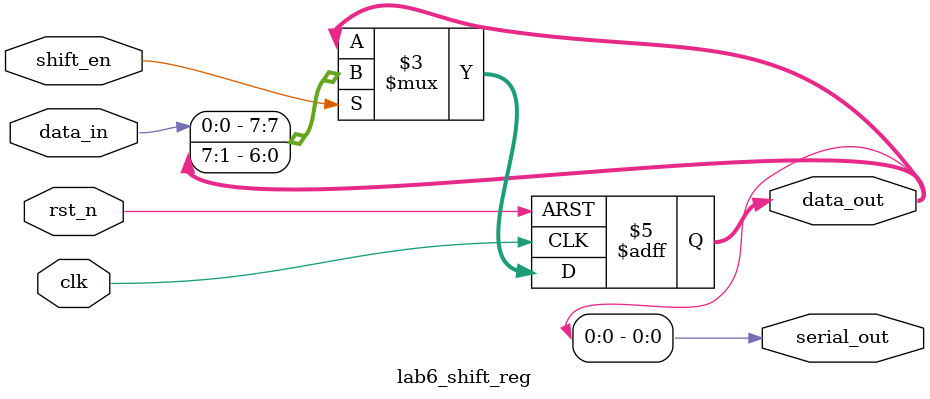
<source format=v>

module lab6_shift_reg
#(
  parameter WIDTH=8
)
(
 input                  clk,
 input                  rst_n,
 input                  data_in,
 input                  shift_en,
 
 output reg [WIDTH-1:0] data_out,
 output                 serial_out      
 );

      
   always@(posedge clk or negedge rst_n)
     begin
        if(!rst_n)
          data_out <= {WIDTH{1'b0}};
        else if(shift_en)
          data_out <= {data_in,data_out[WIDTH-1:1]};
     end
   
   assign serial_out = data_out[0];
   
endmodule // lab6_shift_reg


</source>
